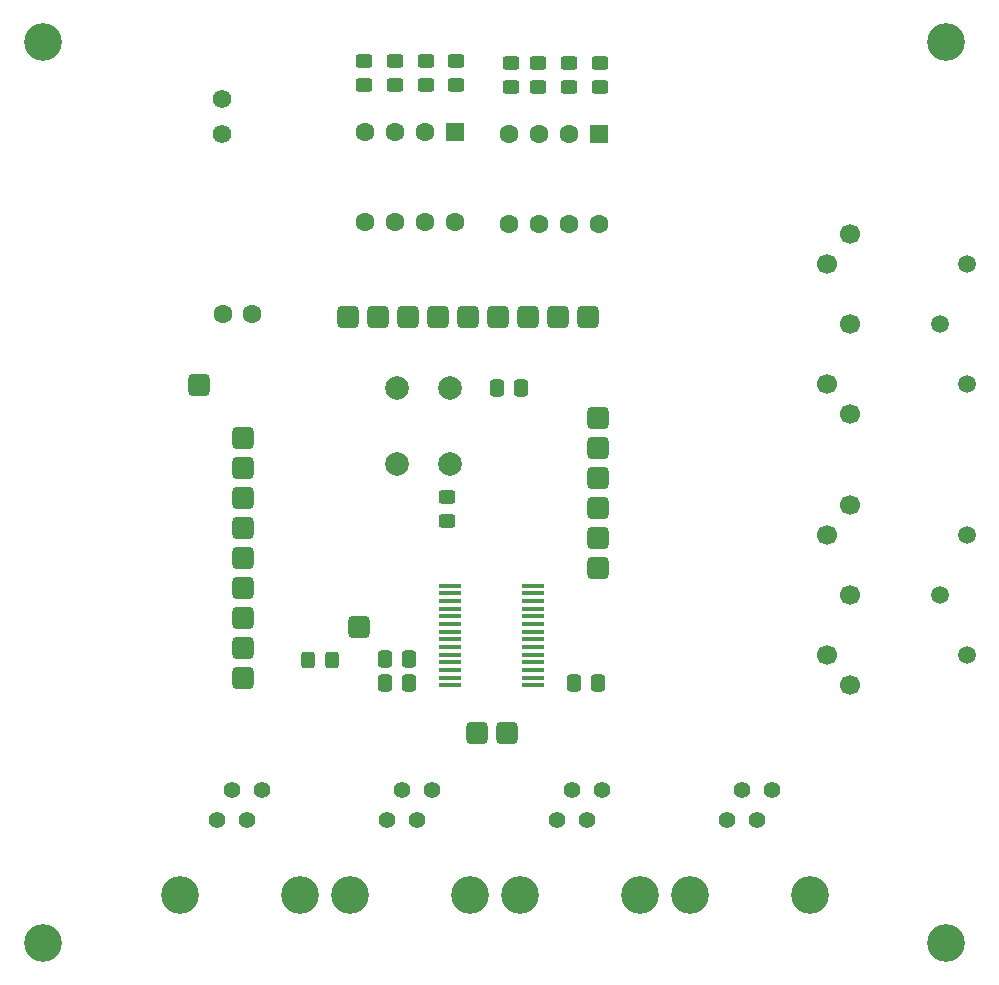
<source format=gbr>
%TF.GenerationSoftware,KiCad,Pcbnew,9.0.5*%
%TF.CreationDate,2025-11-19T10:45:20-07:00*%
%TF.ProjectId,UMaster,554d6173-7465-4722-9e6b-696361645f70,rev?*%
%TF.SameCoordinates,Original*%
%TF.FileFunction,Soldermask,Top*%
%TF.FilePolarity,Negative*%
%FSLAX46Y46*%
G04 Gerber Fmt 4.6, Leading zero omitted, Abs format (unit mm)*
G04 Created by KiCad (PCBNEW 9.0.5) date 2025-11-19 10:45:20*
%MOMM*%
%LPD*%
G01*
G04 APERTURE LIST*
G04 Aperture macros list*
%AMRoundRect*
0 Rectangle with rounded corners*
0 $1 Rounding radius*
0 $2 $3 $4 $5 $6 $7 $8 $9 X,Y pos of 4 corners*
0 Add a 4 corners polygon primitive as box body*
4,1,4,$2,$3,$4,$5,$6,$7,$8,$9,$2,$3,0*
0 Add four circle primitives for the rounded corners*
1,1,$1+$1,$2,$3*
1,1,$1+$1,$4,$5*
1,1,$1+$1,$6,$7*
1,1,$1+$1,$8,$9*
0 Add four rect primitives between the rounded corners*
20,1,$1+$1,$2,$3,$4,$5,0*
20,1,$1+$1,$4,$5,$6,$7,0*
20,1,$1+$1,$6,$7,$8,$9,0*
20,1,$1+$1,$8,$9,$2,$3,0*%
G04 Aperture macros list end*
%ADD10RoundRect,0.476250X-0.476250X-0.476250X0.476250X-0.476250X0.476250X0.476250X-0.476250X0.476250X0*%
%ADD11RoundRect,0.250000X0.337500X0.475000X-0.337500X0.475000X-0.337500X-0.475000X0.337500X-0.475000X0*%
%ADD12RoundRect,0.250000X0.325000X0.450000X-0.325000X0.450000X-0.325000X-0.450000X0.325000X-0.450000X0*%
%ADD13C,1.600000*%
%ADD14RoundRect,0.250000X-0.450000X0.325000X-0.450000X-0.325000X0.450000X-0.325000X0.450000X0.325000X0*%
%ADD15C,3.200000*%
%ADD16C,1.400000*%
%ADD17C,1.700000*%
%ADD18C,1.500000*%
%ADD19RoundRect,0.250000X-0.550000X0.550000X-0.550000X-0.550000X0.550000X-0.550000X0.550000X0.550000X0*%
%ADD20RoundRect,0.476250X-0.476250X0.476250X-0.476250X-0.476250X0.476250X-0.476250X0.476250X0.476250X0*%
%ADD21RoundRect,0.100000X-0.850000X-0.100000X0.850000X-0.100000X0.850000X0.100000X-0.850000X0.100000X0*%
%ADD22C,1.574800*%
%ADD23RoundRect,0.250000X-0.337500X-0.475000X0.337500X-0.475000X0.337500X0.475000X-0.337500X0.475000X0*%
%ADD24C,2.000000*%
G04 APERTURE END LIST*
D10*
%TO.C,R5*%
X134840000Y-98000000D03*
X137380000Y-98000000D03*
X139920000Y-98000000D03*
X142460000Y-98000000D03*
X145000000Y-98000000D03*
X147540000Y-98000000D03*
X150080000Y-98000000D03*
X152620000Y-98000000D03*
X155164442Y-98009999D03*
%TD*%
D11*
%TO.C,R4*%
X156037500Y-129000000D03*
X153962500Y-129000000D03*
%TD*%
D10*
%TO.C,TP1*%
X135750000Y-124250000D03*
%TD*%
D12*
%TO.C,D10*%
X131484000Y-127094000D03*
X133516000Y-127094000D03*
%TD*%
D13*
%TO.C,C1*%
X126750000Y-97750000D03*
X124250000Y-97750000D03*
%TD*%
D14*
%TO.C,D2*%
X136214000Y-78396000D03*
X136214000Y-76364000D03*
%TD*%
D15*
%TO.C,J4*%
X120600000Y-147000000D03*
X130760000Y-147000000D03*
D16*
X123775000Y-140650000D03*
X125045000Y-138110000D03*
X126315000Y-140650000D03*
X127585000Y-138110000D03*
%TD*%
D17*
%TO.C,J8*%
X177344000Y-113960000D03*
X177344000Y-121580000D03*
X177344000Y-129200000D03*
X175439000Y-116500000D03*
X175439000Y-126660000D03*
D18*
X184964000Y-121580000D03*
X187250000Y-126660000D03*
X187250000Y-116500000D03*
%TD*%
D15*
%TO.C,REF\u002A\u002A*%
X185500000Y-74750000D03*
%TD*%
D14*
%TO.C,D4*%
X141464000Y-78396000D03*
X141464000Y-76364000D03*
%TD*%
D15*
%TO.C,REF\u002A\u002A*%
X109000000Y-151000000D03*
%TD*%
D11*
%TO.C,R2*%
X140037500Y-127000000D03*
X137962500Y-127000000D03*
%TD*%
D14*
%TO.C,D9*%
X156154000Y-78571000D03*
X156154000Y-76539000D03*
%TD*%
D10*
%TO.C,J3*%
X145750000Y-133250000D03*
X148290000Y-133250000D03*
%TD*%
D14*
%TO.C,D7*%
X150904000Y-78571000D03*
X150904000Y-76539000D03*
%TD*%
D19*
%TO.C,SW2*%
X143950000Y-82380000D03*
D13*
X141410000Y-82380000D03*
X138870000Y-82380000D03*
X136330000Y-82380000D03*
X136330000Y-90000000D03*
X138870000Y-90000000D03*
X141410000Y-90000000D03*
X143950000Y-90000000D03*
%TD*%
D11*
%TO.C,R1*%
X149537500Y-104000000D03*
X147462500Y-104000000D03*
%TD*%
D14*
%TO.C,D3*%
X138870000Y-78380000D03*
X138870000Y-76348000D03*
%TD*%
%TO.C,D1*%
X143238000Y-115270000D03*
X143238000Y-113238000D03*
%TD*%
D20*
%TO.C,R6*%
X126000000Y-108260000D03*
X126000000Y-110800000D03*
X126000000Y-113340000D03*
X126000000Y-115880000D03*
X126000000Y-118420000D03*
X126000000Y-120960000D03*
X126000000Y-123500000D03*
X126000000Y-126040000D03*
X125990001Y-128584442D03*
%TD*%
D21*
%TO.C,U1*%
X143500000Y-120775000D03*
X143500000Y-121425000D03*
X143500000Y-122075000D03*
X143500000Y-122725000D03*
X143500000Y-123375000D03*
X143500000Y-124025000D03*
X143500000Y-124675000D03*
X143500000Y-125325000D03*
X143500000Y-125975000D03*
X143500000Y-126625000D03*
X143500000Y-127275000D03*
X143500000Y-127925000D03*
X143500000Y-128575000D03*
X143500000Y-129225000D03*
X150500000Y-129225000D03*
X150500000Y-128575000D03*
X150500000Y-127925000D03*
X150500000Y-127275000D03*
X150500000Y-126625000D03*
X150500000Y-125975000D03*
X150500000Y-125325000D03*
X150500000Y-124675000D03*
X150500000Y-124025000D03*
X150500000Y-123375000D03*
X150500000Y-122725000D03*
X150500000Y-122075000D03*
X150500000Y-121425000D03*
X150500000Y-120775000D03*
%TD*%
D10*
%TO.C,TP2*%
X122250000Y-103750000D03*
%TD*%
D15*
%TO.C,J6*%
X149400000Y-147000000D03*
X159560000Y-147000000D03*
D16*
X152575000Y-140650000D03*
X153845000Y-138110000D03*
X155115000Y-140650000D03*
X156385000Y-138110000D03*
%TD*%
D15*
%TO.C,J7*%
X163800000Y-147000000D03*
X173960000Y-147000000D03*
D16*
X166975000Y-140650000D03*
X168245000Y-138110000D03*
X169515000Y-140650000D03*
X170785000Y-138110000D03*
%TD*%
D17*
%TO.C,J9*%
X177344000Y-90960000D03*
X177344000Y-98580000D03*
X177344000Y-106200000D03*
X175439000Y-93500000D03*
X175439000Y-103660000D03*
D18*
X184964000Y-98580000D03*
X187250000Y-103660000D03*
X187250000Y-93500000D03*
%TD*%
D19*
%TO.C,SW3*%
X156120000Y-82500000D03*
D13*
X153580000Y-82500000D03*
X151040000Y-82500000D03*
X148500000Y-82500000D03*
X148500000Y-90120000D03*
X151040000Y-90120000D03*
X153580000Y-90120000D03*
X156120000Y-90120000D03*
%TD*%
D14*
%TO.C,D5*%
X143964000Y-78396000D03*
X143964000Y-76364000D03*
%TD*%
D15*
%TO.C,REF\u002A\u002A*%
X185500000Y-151000000D03*
%TD*%
D22*
%TO.C,J1*%
X124160400Y-79564301D03*
X124160400Y-82564300D03*
%TD*%
D20*
%TO.C,J2*%
X156000000Y-106590000D03*
X156000000Y-109130000D03*
X156000000Y-111670000D03*
X156000000Y-114210000D03*
X156000000Y-116750000D03*
X156000000Y-119290000D03*
%TD*%
D15*
%TO.C,J5*%
X135000000Y-147000000D03*
X145160000Y-147000000D03*
D16*
X138175000Y-140650000D03*
X139445000Y-138110000D03*
X140715000Y-140650000D03*
X141985000Y-138110000D03*
%TD*%
D15*
%TO.C,REF\u002A\u002A*%
X109000000Y-74750000D03*
%TD*%
D14*
%TO.C,D6*%
X148654000Y-78571000D03*
X148654000Y-76539000D03*
%TD*%
D23*
%TO.C,R3*%
X137962500Y-129000000D03*
X140037500Y-129000000D03*
%TD*%
D14*
%TO.C,D8*%
X153560000Y-78587000D03*
X153560000Y-76555000D03*
%TD*%
D24*
%TO.C,SW1*%
X139000000Y-110500000D03*
X139000000Y-104000000D03*
X143500000Y-110500000D03*
X143500000Y-104000000D03*
%TD*%
M02*

</source>
